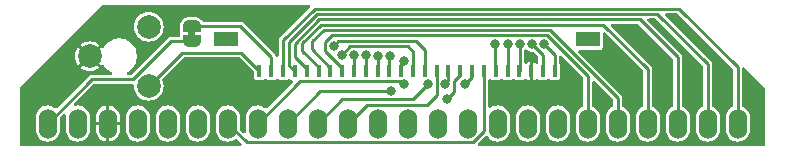
<source format=gtl>
G04 #@! TF.GenerationSoftware,KiCad,Pcbnew,(7.0.0)*
G04 #@! TF.CreationDate,2023-02-23T21:36:50-08:00*
G04 #@! TF.ProjectId,Atari130MX-adapter,41746172-6931-4333-904d-582d61646170,rev?*
G04 #@! TF.SameCoordinates,Original*
G04 #@! TF.FileFunction,Copper,L1,Top*
G04 #@! TF.FilePolarity,Positive*
%FSLAX46Y46*%
G04 Gerber Fmt 4.6, Leading zero omitted, Abs format (unit mm)*
G04 Created by KiCad (PCBNEW (7.0.0)) date 2023-02-23 21:36:50*
%MOMM*%
%LPD*%
G01*
G04 APERTURE LIST*
G04 Aperture macros list*
%AMFreePoly0*
4,1,19,0.500000,-0.750000,0.000000,-0.750000,0.000000,-0.744911,-0.071157,-0.744911,-0.207708,-0.704816,-0.327430,-0.627875,-0.420627,-0.520320,-0.479746,-0.390866,-0.500000,-0.250000,-0.500000,0.250000,-0.479746,0.390866,-0.420627,0.520320,-0.327430,0.627875,-0.207708,0.704816,-0.071157,0.744911,0.000000,0.744911,0.000000,0.750000,0.500000,0.750000,0.500000,-0.750000,0.500000,-0.750000,
$1*%
%AMFreePoly1*
4,1,19,0.000000,0.744911,0.071157,0.744911,0.207708,0.704816,0.327430,0.627875,0.420627,0.520320,0.479746,0.390866,0.500000,0.250000,0.500000,-0.250000,0.479746,-0.390866,0.420627,-0.520320,0.327430,-0.627875,0.207708,-0.704816,0.071157,-0.744911,0.000000,-0.744911,0.000000,-0.750000,-0.500000,-0.750000,-0.500000,0.750000,0.000000,0.750000,0.000000,0.744911,0.000000,0.744911,
$1*%
G04 Aperture macros list end*
G04 #@! TA.AperFunction,ComponentPad*
%ADD10O,1.524000X2.540000*%
G04 #@! TD*
G04 #@! TA.AperFunction,ComponentPad*
%ADD11C,2.000000*%
G04 #@! TD*
G04 #@! TA.AperFunction,SMDPad,CuDef*
%ADD12FreePoly0,90.000000*%
G04 #@! TD*
G04 #@! TA.AperFunction,SMDPad,CuDef*
%ADD13FreePoly1,90.000000*%
G04 #@! TD*
G04 #@! TA.AperFunction,SMDPad,CuDef*
%ADD14R,0.400000X1.000000*%
G04 #@! TD*
G04 #@! TA.AperFunction,SMDPad,CuDef*
%ADD15R,2.000000X1.300000*%
G04 #@! TD*
G04 #@! TA.AperFunction,ViaPad*
%ADD16C,0.800000*%
G04 #@! TD*
G04 #@! TA.AperFunction,Conductor*
%ADD17C,0.250000*%
G04 #@! TD*
G04 APERTURE END LIST*
G36*
X113380800Y-55687800D02*
G01*
X112780800Y-55687800D01*
X112780800Y-55187800D01*
X113380800Y-55187800D01*
X113380800Y-55687800D01*
G37*
D10*
X159308799Y-63042799D03*
X156768799Y-63042799D03*
X154228799Y-63042799D03*
X151688799Y-63042799D03*
X149148799Y-63042799D03*
X146608799Y-63042799D03*
X144068799Y-63042799D03*
X141528799Y-63042799D03*
X138988799Y-63042799D03*
X136448799Y-63042799D03*
X133908799Y-63042799D03*
X131368799Y-63042799D03*
X128828799Y-63042799D03*
X126288799Y-63042799D03*
X123748799Y-63042799D03*
X121208799Y-63042799D03*
X118668799Y-63042799D03*
X116128799Y-63042799D03*
X113588799Y-63042799D03*
X111048799Y-63042799D03*
X108508799Y-63042799D03*
X105968799Y-63042799D03*
X103428799Y-63042799D03*
X100888799Y-63042799D03*
D11*
X109446400Y-54842800D03*
X104446400Y-57342800D03*
X109446400Y-59842800D03*
D12*
X113080800Y-56087800D03*
D13*
X113080800Y-54787800D03*
D14*
X143820399Y-58623199D03*
X142820399Y-58623199D03*
X141820399Y-58623199D03*
X140820399Y-58623199D03*
X139820399Y-58623199D03*
X138820399Y-58623199D03*
X137820399Y-58623199D03*
X136820399Y-58623199D03*
X135820399Y-58623199D03*
X134820399Y-58623199D03*
X133820399Y-58623199D03*
X132820399Y-58623199D03*
X131820399Y-58623199D03*
X130820399Y-58623199D03*
X129820399Y-58623199D03*
X128820399Y-58623199D03*
X127820399Y-58623199D03*
X126820399Y-58623199D03*
X125820399Y-58623199D03*
X124820399Y-58623199D03*
X123820399Y-58623199D03*
X122820399Y-58623199D03*
X121820399Y-58623199D03*
X120820399Y-58623199D03*
X119820399Y-58623199D03*
X118820399Y-58623199D03*
D15*
X116020399Y-55923199D03*
X146620399Y-55923199D03*
D16*
X149682200Y-59918600D03*
X155905200Y-59156600D03*
X158038800Y-59156600D03*
X150571200Y-55397400D03*
X119075200Y-60528200D03*
X114427000Y-60960000D03*
X119684800Y-55727600D03*
X107264200Y-61290200D03*
X145237200Y-61442600D03*
X134696200Y-60960000D03*
X129921000Y-60273300D03*
X133095900Y-59717928D03*
X134544900Y-59715400D03*
X131045079Y-59722194D03*
X136241301Y-59685701D03*
X131095900Y-57772900D03*
X125093249Y-56449149D03*
X125798579Y-57276781D03*
X138797654Y-56302446D03*
X139830974Y-56311168D03*
X140852366Y-56307961D03*
X141870651Y-56301648D03*
X142882702Y-56289100D03*
X129855631Y-57308767D03*
X128850251Y-57289548D03*
X127838200Y-57277000D03*
X126796800Y-57226200D03*
D17*
X123978300Y-60273300D02*
X121208800Y-63042800D01*
X135280400Y-60375800D02*
X134696200Y-60960000D01*
X129921000Y-60273300D02*
X123978300Y-60273300D01*
X135280400Y-59463200D02*
X135280400Y-60375800D01*
X135820400Y-58923200D02*
X135280400Y-59463200D01*
X131816028Y-60997800D02*
X133095900Y-59717928D01*
X125793800Y-60997800D02*
X131816028Y-60997800D01*
X123748800Y-63042800D02*
X125793800Y-60997800D01*
X134820400Y-59439900D02*
X134544900Y-59715400D01*
X134820400Y-58623200D02*
X134820400Y-59439900D01*
X131045079Y-59722194D02*
X130771085Y-59448200D01*
X130771085Y-59448200D02*
X122263400Y-59448200D01*
X118668800Y-63042800D02*
X122263400Y-59448200D01*
X136820400Y-59106602D02*
X136820400Y-58623200D01*
X136241301Y-59685701D02*
X136820400Y-59106602D01*
X130820400Y-58623200D02*
X130820400Y-58048400D01*
X130820400Y-58048400D02*
X131095900Y-57772900D01*
X132989200Y-61447800D02*
X127883800Y-61447800D01*
X133820400Y-60616600D02*
X132989200Y-61447800D01*
X133820400Y-58623200D02*
X133820400Y-60616600D01*
X127883800Y-61447800D02*
X126288800Y-63042800D01*
X131355000Y-56501200D02*
X131820400Y-56966600D01*
X126496350Y-56501200D02*
X131355000Y-56501200D01*
X125798579Y-57198971D02*
X126496350Y-56501200D01*
X125798579Y-57276781D02*
X125798579Y-57198971D01*
X131820400Y-56966600D02*
X131820400Y-58623200D01*
X132073400Y-56051200D02*
X132820400Y-56798200D01*
X125491200Y-56051200D02*
X132073400Y-56051200D01*
X125093249Y-56449149D02*
X125491200Y-56051200D01*
X132820400Y-56798200D02*
X132820400Y-58623200D01*
X137820400Y-63716450D02*
X137820400Y-58623200D01*
X136899050Y-64637800D02*
X137820400Y-63716450D01*
X117723800Y-64637800D02*
X136899050Y-64637800D01*
X116128800Y-63042800D02*
X117723800Y-64637800D01*
X146608800Y-58980196D02*
X146608800Y-63042800D01*
X143193204Y-55564600D02*
X146608800Y-58980196D01*
X124953200Y-55564600D02*
X143193204Y-55564600D01*
X124358400Y-56159400D02*
X124953200Y-55564600D01*
X125820400Y-58323200D02*
X124358400Y-56861200D01*
X124358400Y-56861200D02*
X124358400Y-56159400D01*
X149148800Y-60883800D02*
X149148800Y-63042800D01*
X143379600Y-55114600D02*
X149148800Y-60883800D01*
X124240384Y-55114600D02*
X143379600Y-55114600D01*
X123266200Y-56088784D02*
X124240384Y-55114600D01*
X124820400Y-58323200D02*
X123266200Y-56769000D01*
X123266200Y-56769000D02*
X123266200Y-56088784D01*
X117297200Y-57048400D02*
X118820400Y-58571600D01*
X112240800Y-57048400D02*
X117297200Y-57048400D01*
X109446400Y-59842800D02*
X112240800Y-57048400D01*
X147933400Y-54664600D02*
X151688800Y-58420000D01*
X122453400Y-56265188D02*
X124053988Y-54664600D01*
X122453400Y-56906200D02*
X122453400Y-56265188D01*
X123820400Y-58273200D02*
X122453400Y-56906200D01*
X124053988Y-54664600D02*
X147933400Y-54664600D01*
X151688800Y-58420000D02*
X151688800Y-63042800D01*
X151003000Y-54214600D02*
X154228800Y-57440400D01*
X123867592Y-54214600D02*
X151003000Y-54214600D01*
X121795400Y-56286792D02*
X123867592Y-54214600D01*
X121795400Y-57429400D02*
X121795400Y-56286792D01*
X122820400Y-58454400D02*
X121795400Y-57429400D01*
X154228800Y-57440400D02*
X154228800Y-63042800D01*
X156768800Y-58031800D02*
X156768800Y-63042800D01*
X152501600Y-53764600D02*
X156768800Y-58031800D01*
X123681196Y-53764600D02*
X152501600Y-53764600D01*
X121345400Y-56100396D02*
X123681196Y-53764600D01*
X121345400Y-58148200D02*
X121345400Y-56100396D01*
X121820400Y-58623200D02*
X121345400Y-58148200D01*
X138797654Y-56302446D02*
X138797654Y-58600454D01*
X139830974Y-56311168D02*
X139830974Y-58612626D01*
X140852366Y-56307961D02*
X140852366Y-58591234D01*
X142820400Y-57251397D02*
X142820400Y-58623200D01*
X141870651Y-56301648D02*
X142820400Y-57251397D01*
X143820400Y-58623200D02*
X143820400Y-57226798D01*
X143820400Y-57226798D02*
X142882702Y-56289100D01*
X129820400Y-57343998D02*
X129855631Y-57308767D01*
X129820400Y-58623200D02*
X129820400Y-57343998D01*
X128820400Y-57319399D02*
X128850251Y-57289548D01*
X128820400Y-58623200D02*
X128820400Y-57319399D01*
X127820400Y-57294800D02*
X127838200Y-57277000D01*
X127820400Y-58623200D02*
X127820400Y-57294800D01*
X126820400Y-57249800D02*
X126796800Y-57226200D01*
X126820400Y-58623200D02*
X126820400Y-57249800D01*
X159308800Y-58267600D02*
X159308800Y-63042800D01*
X123494800Y-53314600D02*
X154355800Y-53314600D01*
X120820400Y-55989000D02*
X123494800Y-53314600D01*
X154355800Y-53314600D02*
X159308800Y-58267600D01*
X120820400Y-58623200D02*
X120820400Y-55989000D01*
X119820400Y-57423200D02*
X119820400Y-58623200D01*
X117185000Y-54787800D02*
X119820400Y-57423200D01*
X113080800Y-54787800D02*
X117185000Y-54787800D01*
X108117433Y-59293967D02*
X111323600Y-56087800D01*
X104637633Y-59293967D02*
X108117433Y-59293967D01*
X111323600Y-56087800D02*
X113080800Y-56087800D01*
X100888800Y-63042800D02*
X104637633Y-59293967D01*
G04 #@! TA.AperFunction,Conductor*
G36*
X154194634Y-53703691D02*
G01*
X154235511Y-53731005D01*
X158892395Y-58387889D01*
X158919709Y-58428766D01*
X158929300Y-58476984D01*
X158929300Y-61509529D01*
X158911374Y-61574306D01*
X158862696Y-61620651D01*
X158746786Y-61682605D01*
X158746776Y-61682611D01*
X158741331Y-61685522D01*
X158736558Y-61689438D01*
X158736549Y-61689445D01*
X158591326Y-61808626D01*
X158591321Y-61808630D01*
X158586548Y-61812548D01*
X158582630Y-61817321D01*
X158582626Y-61817326D01*
X158463445Y-61962549D01*
X158463438Y-61962558D01*
X158459522Y-61967331D01*
X158456611Y-61972776D01*
X158456605Y-61972786D01*
X158368050Y-62138461D01*
X158368050Y-62138462D01*
X158365133Y-62143920D01*
X158363338Y-62149835D01*
X158363335Y-62149844D01*
X158308806Y-62329601D01*
X158308804Y-62329609D01*
X158307008Y-62335531D01*
X158306401Y-62341687D01*
X158306400Y-62341696D01*
X158292603Y-62481785D01*
X158292300Y-62484866D01*
X158292300Y-63600734D01*
X158292602Y-63603806D01*
X158292603Y-63603814D01*
X158306400Y-63743903D01*
X158306401Y-63743910D01*
X158307008Y-63750069D01*
X158308804Y-63755992D01*
X158308806Y-63755998D01*
X158363335Y-63935755D01*
X158363337Y-63935760D01*
X158365133Y-63941680D01*
X158368048Y-63947134D01*
X158368050Y-63947138D01*
X158456605Y-64112813D01*
X158456608Y-64112818D01*
X158459522Y-64118269D01*
X158463442Y-64123045D01*
X158463445Y-64123050D01*
X158464664Y-64124535D01*
X158586548Y-64273052D01*
X158591326Y-64276973D01*
X158736549Y-64396154D01*
X158736551Y-64396155D01*
X158741331Y-64400078D01*
X158917920Y-64494467D01*
X159109531Y-64552592D01*
X159308800Y-64572218D01*
X159508069Y-64552592D01*
X159699680Y-64494467D01*
X159876269Y-64400078D01*
X160031052Y-64273052D01*
X160158078Y-64118269D01*
X160252467Y-63941680D01*
X160310592Y-63750069D01*
X160325300Y-63600734D01*
X160325300Y-62484866D01*
X160310592Y-62335531D01*
X160252467Y-62143920D01*
X160158078Y-61967331D01*
X160097700Y-61893760D01*
X160047195Y-61832219D01*
X160031052Y-61812548D01*
X160002618Y-61789213D01*
X159881050Y-61689445D01*
X159881045Y-61689442D01*
X159876269Y-61685522D01*
X159870818Y-61682608D01*
X159870813Y-61682605D01*
X159754904Y-61620651D01*
X159706226Y-61574306D01*
X159688300Y-61509529D01*
X159688300Y-58395779D01*
X159702042Y-58338558D01*
X159740271Y-58293819D01*
X159794649Y-58271321D01*
X159853312Y-58275971D01*
X159903466Y-58306754D01*
X160659840Y-59064329D01*
X161589586Y-59995553D01*
X161601466Y-60007451D01*
X161628728Y-60048304D01*
X161638300Y-60096476D01*
X161638300Y-64811300D01*
X161621419Y-64874300D01*
X161575300Y-64920419D01*
X161512300Y-64937300D01*
X137440433Y-64937300D01*
X137383230Y-64923567D01*
X137338497Y-64885361D01*
X137315984Y-64831011D01*
X137320600Y-64772364D01*
X137351335Y-64722207D01*
X137958172Y-64115370D01*
X138018652Y-64081759D01*
X138087766Y-64085155D01*
X138144664Y-64124535D01*
X138266548Y-64273052D01*
X138271326Y-64276973D01*
X138416549Y-64396154D01*
X138416551Y-64396155D01*
X138421331Y-64400078D01*
X138597920Y-64494467D01*
X138789531Y-64552592D01*
X138988800Y-64572218D01*
X139188069Y-64552592D01*
X139379680Y-64494467D01*
X139556269Y-64400078D01*
X139711052Y-64273052D01*
X139838078Y-64118269D01*
X139932467Y-63941680D01*
X139990592Y-63750069D01*
X140005300Y-63600734D01*
X140512300Y-63600734D01*
X140512602Y-63603806D01*
X140512603Y-63603814D01*
X140526400Y-63743903D01*
X140526401Y-63743910D01*
X140527008Y-63750069D01*
X140528804Y-63755992D01*
X140528806Y-63755998D01*
X140583335Y-63935755D01*
X140583337Y-63935760D01*
X140585133Y-63941680D01*
X140588048Y-63947134D01*
X140588050Y-63947138D01*
X140676605Y-64112813D01*
X140676608Y-64112818D01*
X140679522Y-64118269D01*
X140683442Y-64123045D01*
X140683445Y-64123050D01*
X140684664Y-64124535D01*
X140806548Y-64273052D01*
X140811326Y-64276973D01*
X140956549Y-64396154D01*
X140956551Y-64396155D01*
X140961331Y-64400078D01*
X141137920Y-64494467D01*
X141329531Y-64552592D01*
X141528800Y-64572218D01*
X141728069Y-64552592D01*
X141919680Y-64494467D01*
X142096269Y-64400078D01*
X142251052Y-64273052D01*
X142378078Y-64118269D01*
X142472467Y-63941680D01*
X142530592Y-63750069D01*
X142545300Y-63600734D01*
X143052300Y-63600734D01*
X143052602Y-63603806D01*
X143052603Y-63603814D01*
X143066400Y-63743903D01*
X143066401Y-63743910D01*
X143067008Y-63750069D01*
X143068804Y-63755992D01*
X143068806Y-63755998D01*
X143123335Y-63935755D01*
X143123337Y-63935760D01*
X143125133Y-63941680D01*
X143128048Y-63947134D01*
X143128050Y-63947138D01*
X143216605Y-64112813D01*
X143216608Y-64112818D01*
X143219522Y-64118269D01*
X143223442Y-64123045D01*
X143223445Y-64123050D01*
X143224664Y-64124535D01*
X143346548Y-64273052D01*
X143351326Y-64276973D01*
X143496549Y-64396154D01*
X143496551Y-64396155D01*
X143501331Y-64400078D01*
X143677920Y-64494467D01*
X143869531Y-64552592D01*
X144068800Y-64572218D01*
X144268069Y-64552592D01*
X144459680Y-64494467D01*
X144636269Y-64400078D01*
X144791052Y-64273052D01*
X144918078Y-64118269D01*
X145012467Y-63941680D01*
X145070592Y-63750069D01*
X145085300Y-63600734D01*
X145085300Y-62484866D01*
X145070592Y-62335531D01*
X145012467Y-62143920D01*
X144918078Y-61967331D01*
X144857700Y-61893760D01*
X144807195Y-61832219D01*
X144791052Y-61812548D01*
X144762618Y-61789213D01*
X144641050Y-61689445D01*
X144641045Y-61689442D01*
X144636269Y-61685522D01*
X144630818Y-61682608D01*
X144630813Y-61682605D01*
X144465138Y-61594050D01*
X144465134Y-61594048D01*
X144459680Y-61591133D01*
X144453760Y-61589337D01*
X144453755Y-61589335D01*
X144273998Y-61534806D01*
X144273992Y-61534804D01*
X144268069Y-61533008D01*
X144261910Y-61532401D01*
X144261903Y-61532400D01*
X144074963Y-61513989D01*
X144068800Y-61513382D01*
X144062637Y-61513989D01*
X143875696Y-61532400D01*
X143875687Y-61532401D01*
X143869531Y-61533008D01*
X143863609Y-61534804D01*
X143863601Y-61534806D01*
X143683844Y-61589335D01*
X143683835Y-61589338D01*
X143677920Y-61591133D01*
X143672468Y-61594046D01*
X143672461Y-61594050D01*
X143506786Y-61682605D01*
X143506776Y-61682611D01*
X143501331Y-61685522D01*
X143496558Y-61689438D01*
X143496549Y-61689445D01*
X143351326Y-61808626D01*
X143351321Y-61808630D01*
X143346548Y-61812548D01*
X143342630Y-61817321D01*
X143342626Y-61817326D01*
X143223445Y-61962549D01*
X143223438Y-61962558D01*
X143219522Y-61967331D01*
X143216611Y-61972776D01*
X143216605Y-61972786D01*
X143128050Y-62138461D01*
X143128050Y-62138462D01*
X143125133Y-62143920D01*
X143123338Y-62149835D01*
X143123335Y-62149844D01*
X143068806Y-62329601D01*
X143068804Y-62329609D01*
X143067008Y-62335531D01*
X143066401Y-62341687D01*
X143066400Y-62341696D01*
X143052603Y-62481785D01*
X143052300Y-62484866D01*
X143052300Y-63600734D01*
X142545300Y-63600734D01*
X142545300Y-62484866D01*
X142530592Y-62335531D01*
X142472467Y-62143920D01*
X142378078Y-61967331D01*
X142317700Y-61893760D01*
X142267195Y-61832219D01*
X142251052Y-61812548D01*
X142222618Y-61789213D01*
X142101050Y-61689445D01*
X142101045Y-61689442D01*
X142096269Y-61685522D01*
X142090818Y-61682608D01*
X142090813Y-61682605D01*
X141925138Y-61594050D01*
X141925134Y-61594048D01*
X141919680Y-61591133D01*
X141913760Y-61589337D01*
X141913755Y-61589335D01*
X141733998Y-61534806D01*
X141733992Y-61534804D01*
X141728069Y-61533008D01*
X141721910Y-61532401D01*
X141721903Y-61532400D01*
X141534963Y-61513989D01*
X141528800Y-61513382D01*
X141522637Y-61513989D01*
X141335696Y-61532400D01*
X141335687Y-61532401D01*
X141329531Y-61533008D01*
X141323609Y-61534804D01*
X141323601Y-61534806D01*
X141143844Y-61589335D01*
X141143835Y-61589338D01*
X141137920Y-61591133D01*
X141132468Y-61594046D01*
X141132461Y-61594050D01*
X140966786Y-61682605D01*
X140966776Y-61682611D01*
X140961331Y-61685522D01*
X140956558Y-61689438D01*
X140956549Y-61689445D01*
X140811326Y-61808626D01*
X140811321Y-61808630D01*
X140806548Y-61812548D01*
X140802630Y-61817321D01*
X140802626Y-61817326D01*
X140683445Y-61962549D01*
X140683438Y-61962558D01*
X140679522Y-61967331D01*
X140676611Y-61972776D01*
X140676605Y-61972786D01*
X140588050Y-62138461D01*
X140588050Y-62138462D01*
X140585133Y-62143920D01*
X140583338Y-62149835D01*
X140583335Y-62149844D01*
X140528806Y-62329601D01*
X140528804Y-62329609D01*
X140527008Y-62335531D01*
X140526401Y-62341687D01*
X140526400Y-62341696D01*
X140512603Y-62481785D01*
X140512300Y-62484866D01*
X140512300Y-63600734D01*
X140005300Y-63600734D01*
X140005300Y-62484866D01*
X139990592Y-62335531D01*
X139932467Y-62143920D01*
X139838078Y-61967331D01*
X139777700Y-61893760D01*
X139727195Y-61832219D01*
X139711052Y-61812548D01*
X139682618Y-61789213D01*
X139561050Y-61689445D01*
X139561045Y-61689442D01*
X139556269Y-61685522D01*
X139550818Y-61682608D01*
X139550813Y-61682605D01*
X139385138Y-61594050D01*
X139385134Y-61594048D01*
X139379680Y-61591133D01*
X139373760Y-61589337D01*
X139373755Y-61589335D01*
X139193998Y-61534806D01*
X139193992Y-61534804D01*
X139188069Y-61533008D01*
X139181910Y-61532401D01*
X139181903Y-61532400D01*
X138994963Y-61513989D01*
X138988800Y-61513382D01*
X138982637Y-61513989D01*
X138795696Y-61532400D01*
X138795687Y-61532401D01*
X138789531Y-61533008D01*
X138783609Y-61534804D01*
X138783601Y-61534806D01*
X138603844Y-61589335D01*
X138603835Y-61589338D01*
X138597920Y-61591133D01*
X138592468Y-61594046D01*
X138592461Y-61594050D01*
X138426786Y-61682605D01*
X138426776Y-61682611D01*
X138421331Y-61685522D01*
X138416551Y-61689444D01*
X138416549Y-61689446D01*
X138405834Y-61698240D01*
X138341324Y-61725893D01*
X138272028Y-61714744D01*
X138219449Y-61668251D01*
X138199900Y-61600841D01*
X138199900Y-59367331D01*
X138215965Y-59305765D01*
X138260065Y-59259899D01*
X138320952Y-59241428D01*
X138383102Y-59255064D01*
X138420521Y-59288315D01*
X138421246Y-59287591D01*
X138430022Y-59296367D01*
X138436916Y-59306684D01*
X138521099Y-59362934D01*
X138595333Y-59377700D01*
X139045466Y-59377699D01*
X139119701Y-59362934D01*
X139203884Y-59306684D01*
X139215635Y-59289096D01*
X139261003Y-59247977D01*
X139320400Y-59233099D01*
X139379797Y-59247977D01*
X139425164Y-59289096D01*
X139436916Y-59306684D01*
X139521099Y-59362934D01*
X139595333Y-59377700D01*
X140045466Y-59377699D01*
X140119701Y-59362934D01*
X140203884Y-59306684D01*
X140215635Y-59289096D01*
X140261003Y-59247977D01*
X140320400Y-59233099D01*
X140379797Y-59247977D01*
X140425164Y-59289096D01*
X140436916Y-59306684D01*
X140521099Y-59362934D01*
X140595333Y-59377700D01*
X141045466Y-59377699D01*
X141119701Y-59362934D01*
X141203884Y-59306684D01*
X141215935Y-59288647D01*
X141261303Y-59247529D01*
X141320699Y-59232650D01*
X141380095Y-59247527D01*
X141425464Y-59288647D01*
X141430381Y-59296006D01*
X141447591Y-59313216D01*
X141510974Y-59355567D01*
X141533466Y-59364884D01*
X141589314Y-59375992D01*
X141601570Y-59377200D01*
X141676810Y-59377200D01*
X141689893Y-59373693D01*
X141693400Y-59360610D01*
X141693400Y-57885791D01*
X141689893Y-57872707D01*
X141676810Y-57869201D01*
X141601572Y-57869201D01*
X141589312Y-57870408D01*
X141533469Y-57881515D01*
X141510973Y-57890833D01*
X141447591Y-57933183D01*
X141446961Y-57933814D01*
X141443180Y-57936130D01*
X141437276Y-57940076D01*
X141437121Y-57939844D01*
X141396802Y-57964552D01*
X141338155Y-57969168D01*
X141283805Y-57946655D01*
X141245599Y-57901922D01*
X141231866Y-57844719D01*
X141231866Y-56902864D01*
X141242965Y-56851156D01*
X141274306Y-56808558D01*
X141281511Y-56802174D01*
X141334912Y-56774143D01*
X141395222Y-56774141D01*
X141448624Y-56802167D01*
X141496122Y-56844247D01*
X141636858Y-56918111D01*
X141791180Y-56956148D01*
X141798797Y-56956148D01*
X141936267Y-56956148D01*
X141984485Y-56965739D01*
X142025362Y-56993053D01*
X142403995Y-57371686D01*
X142431309Y-57412563D01*
X142440900Y-57460781D01*
X142440900Y-57879968D01*
X142424835Y-57941534D01*
X142380735Y-57987401D01*
X142319847Y-58005871D01*
X142257697Y-57992235D01*
X142219802Y-57958560D01*
X142219194Y-57959169D01*
X142193208Y-57933183D01*
X142129825Y-57890832D01*
X142107333Y-57881515D01*
X142051485Y-57870407D01*
X142039230Y-57869200D01*
X141963990Y-57869200D01*
X141950906Y-57872706D01*
X141947400Y-57885790D01*
X141947400Y-59360609D01*
X141950906Y-59373692D01*
X141963990Y-59377199D01*
X142039228Y-59377199D01*
X142051487Y-59375991D01*
X142107330Y-59364884D01*
X142129826Y-59355566D01*
X142193208Y-59313216D01*
X142210415Y-59296009D01*
X142215332Y-59288651D01*
X142260700Y-59247530D01*
X142320095Y-59232650D01*
X142379492Y-59247526D01*
X142424862Y-59288645D01*
X142430021Y-59296366D01*
X142430022Y-59296367D01*
X142436916Y-59306684D01*
X142521099Y-59362934D01*
X142595333Y-59377700D01*
X143045466Y-59377699D01*
X143119701Y-59362934D01*
X143203884Y-59306684D01*
X143215635Y-59289096D01*
X143261003Y-59247977D01*
X143320400Y-59233099D01*
X143379797Y-59247977D01*
X143425164Y-59289096D01*
X143436916Y-59306684D01*
X143521099Y-59362934D01*
X143595333Y-59377700D01*
X144045466Y-59377699D01*
X144119701Y-59362934D01*
X144203884Y-59306684D01*
X144260134Y-59222501D01*
X144274900Y-59148267D01*
X144274899Y-58098134D01*
X144260134Y-58023899D01*
X144221132Y-57965530D01*
X144205326Y-57932108D01*
X144199900Y-57895532D01*
X144199900Y-57412180D01*
X144213633Y-57354977D01*
X144251839Y-57310244D01*
X144306189Y-57287731D01*
X144364836Y-57292347D01*
X144414995Y-57323085D01*
X146192395Y-59100485D01*
X146219709Y-59141362D01*
X146229300Y-59189580D01*
X146229300Y-61509529D01*
X146211374Y-61574306D01*
X146162696Y-61620651D01*
X146046786Y-61682605D01*
X146046776Y-61682611D01*
X146041331Y-61685522D01*
X146036558Y-61689438D01*
X146036549Y-61689445D01*
X145891326Y-61808626D01*
X145891321Y-61808630D01*
X145886548Y-61812548D01*
X145882630Y-61817321D01*
X145882626Y-61817326D01*
X145763445Y-61962549D01*
X145763438Y-61962558D01*
X145759522Y-61967331D01*
X145756611Y-61972776D01*
X145756605Y-61972786D01*
X145668050Y-62138461D01*
X145668050Y-62138462D01*
X145665133Y-62143920D01*
X145663338Y-62149835D01*
X145663335Y-62149844D01*
X145608806Y-62329601D01*
X145608804Y-62329609D01*
X145607008Y-62335531D01*
X145606401Y-62341687D01*
X145606400Y-62341696D01*
X145592603Y-62481785D01*
X145592300Y-62484866D01*
X145592300Y-63600734D01*
X145592602Y-63603806D01*
X145592603Y-63603814D01*
X145606400Y-63743903D01*
X145606401Y-63743910D01*
X145607008Y-63750069D01*
X145608804Y-63755992D01*
X145608806Y-63755998D01*
X145663335Y-63935755D01*
X145663337Y-63935760D01*
X145665133Y-63941680D01*
X145668048Y-63947134D01*
X145668050Y-63947138D01*
X145756605Y-64112813D01*
X145756608Y-64112818D01*
X145759522Y-64118269D01*
X145763442Y-64123045D01*
X145763445Y-64123050D01*
X145764664Y-64124535D01*
X145886548Y-64273052D01*
X145891326Y-64276973D01*
X146036549Y-64396154D01*
X146036551Y-64396155D01*
X146041331Y-64400078D01*
X146217920Y-64494467D01*
X146409531Y-64552592D01*
X146608800Y-64572218D01*
X146808069Y-64552592D01*
X146999680Y-64494467D01*
X147176269Y-64400078D01*
X147331052Y-64273052D01*
X147458078Y-64118269D01*
X147552467Y-63941680D01*
X147610592Y-63750069D01*
X147625300Y-63600734D01*
X147625300Y-62484866D01*
X147610592Y-62335531D01*
X147552467Y-62143920D01*
X147458078Y-61967331D01*
X147397700Y-61893760D01*
X147347195Y-61832219D01*
X147331052Y-61812548D01*
X147302618Y-61789213D01*
X147181050Y-61689445D01*
X147181045Y-61689442D01*
X147176269Y-61685522D01*
X147170818Y-61682608D01*
X147170813Y-61682605D01*
X147054904Y-61620651D01*
X147006226Y-61574306D01*
X146988300Y-61509529D01*
X146988300Y-59564184D01*
X147002033Y-59506981D01*
X147040239Y-59462248D01*
X147094589Y-59439735D01*
X147153236Y-59444351D01*
X147203395Y-59475089D01*
X148732395Y-61004089D01*
X148759709Y-61044966D01*
X148769300Y-61093184D01*
X148769300Y-61509529D01*
X148751374Y-61574306D01*
X148702696Y-61620651D01*
X148586786Y-61682605D01*
X148586776Y-61682611D01*
X148581331Y-61685522D01*
X148576558Y-61689438D01*
X148576549Y-61689445D01*
X148431326Y-61808626D01*
X148431321Y-61808630D01*
X148426548Y-61812548D01*
X148422630Y-61817321D01*
X148422626Y-61817326D01*
X148303445Y-61962549D01*
X148303438Y-61962558D01*
X148299522Y-61967331D01*
X148296611Y-61972776D01*
X148296605Y-61972786D01*
X148208050Y-62138461D01*
X148208050Y-62138462D01*
X148205133Y-62143920D01*
X148203338Y-62149835D01*
X148203335Y-62149844D01*
X148148806Y-62329601D01*
X148148804Y-62329609D01*
X148147008Y-62335531D01*
X148146401Y-62341687D01*
X148146400Y-62341696D01*
X148132603Y-62481785D01*
X148132300Y-62484866D01*
X148132300Y-63600734D01*
X148132602Y-63603806D01*
X148132603Y-63603814D01*
X148146400Y-63743903D01*
X148146401Y-63743910D01*
X148147008Y-63750069D01*
X148148804Y-63755992D01*
X148148806Y-63755998D01*
X148203335Y-63935755D01*
X148203337Y-63935760D01*
X148205133Y-63941680D01*
X148208048Y-63947134D01*
X148208050Y-63947138D01*
X148296605Y-64112813D01*
X148296608Y-64112818D01*
X148299522Y-64118269D01*
X148303442Y-64123045D01*
X148303445Y-64123050D01*
X148304664Y-64124535D01*
X148426548Y-64273052D01*
X148431326Y-64276973D01*
X148576549Y-64396154D01*
X148576551Y-64396155D01*
X148581331Y-64400078D01*
X148757920Y-64494467D01*
X148949531Y-64552592D01*
X149148800Y-64572218D01*
X149348069Y-64552592D01*
X149539680Y-64494467D01*
X149716269Y-64400078D01*
X149871052Y-64273052D01*
X149998078Y-64118269D01*
X150092467Y-63941680D01*
X150150592Y-63750069D01*
X150165300Y-63600734D01*
X150165300Y-62484866D01*
X150150592Y-62335531D01*
X150092467Y-62143920D01*
X149998078Y-61967331D01*
X149937700Y-61893760D01*
X149887195Y-61832219D01*
X149871052Y-61812548D01*
X149842618Y-61789213D01*
X149721050Y-61689445D01*
X149721045Y-61689442D01*
X149716269Y-61685522D01*
X149710818Y-61682608D01*
X149710813Y-61682605D01*
X149594904Y-61620651D01*
X149546226Y-61574306D01*
X149528300Y-61509529D01*
X149528300Y-60936226D01*
X149530982Y-60910367D01*
X149533219Y-60899700D01*
X149529268Y-60868004D01*
X149528941Y-60862747D01*
X149528731Y-60862765D01*
X149528300Y-60857569D01*
X149528300Y-60852357D01*
X149524839Y-60831617D01*
X149524094Y-60826501D01*
X149517552Y-60774018D01*
X149514022Y-60766798D01*
X149512700Y-60758873D01*
X149487527Y-60712358D01*
X149485161Y-60707761D01*
X149476653Y-60690358D01*
X149461926Y-60660232D01*
X149456241Y-60654547D01*
X149452419Y-60647484D01*
X149413514Y-60611669D01*
X149409757Y-60608063D01*
X145844488Y-57042794D01*
X145813750Y-56992635D01*
X145809134Y-56933988D01*
X145831647Y-56879638D01*
X145876380Y-56841432D01*
X145933583Y-56827699D01*
X147639278Y-56827699D01*
X147645466Y-56827699D01*
X147719701Y-56812934D01*
X147803884Y-56756684D01*
X147860134Y-56672501D01*
X147874900Y-56598267D01*
X147874899Y-55446982D01*
X147888632Y-55389780D01*
X147926838Y-55345047D01*
X147981188Y-55322534D01*
X148039835Y-55327150D01*
X148089994Y-55357888D01*
X151272395Y-58540289D01*
X151299709Y-58581166D01*
X151309300Y-58629384D01*
X151309300Y-61509529D01*
X151291374Y-61574306D01*
X151242696Y-61620651D01*
X151126786Y-61682605D01*
X151126776Y-61682611D01*
X151121331Y-61685522D01*
X151116558Y-61689438D01*
X151116549Y-61689445D01*
X150971326Y-61808626D01*
X150971321Y-61808630D01*
X150966548Y-61812548D01*
X150962630Y-61817321D01*
X150962626Y-61817326D01*
X150843445Y-61962549D01*
X150843438Y-61962558D01*
X150839522Y-61967331D01*
X150836611Y-61972776D01*
X150836605Y-61972786D01*
X150748050Y-62138461D01*
X150748050Y-62138462D01*
X150745133Y-62143920D01*
X150743338Y-62149835D01*
X150743335Y-62149844D01*
X150688806Y-62329601D01*
X150688804Y-62329609D01*
X150687008Y-62335531D01*
X150686401Y-62341687D01*
X150686400Y-62341696D01*
X150672603Y-62481785D01*
X150672300Y-62484866D01*
X150672300Y-63600734D01*
X150672602Y-63603806D01*
X150672603Y-63603814D01*
X150686400Y-63743903D01*
X150686401Y-63743910D01*
X150687008Y-63750069D01*
X150688804Y-63755992D01*
X150688806Y-63755998D01*
X150743335Y-63935755D01*
X150743337Y-63935760D01*
X150745133Y-63941680D01*
X150748048Y-63947134D01*
X150748050Y-63947138D01*
X150836605Y-64112813D01*
X150836608Y-64112818D01*
X150839522Y-64118269D01*
X150843442Y-64123045D01*
X150843445Y-64123050D01*
X150844664Y-64124535D01*
X150966548Y-64273052D01*
X150971326Y-64276973D01*
X151116549Y-64396154D01*
X151116551Y-64396155D01*
X151121331Y-64400078D01*
X151297920Y-64494467D01*
X151489531Y-64552592D01*
X151688800Y-64572218D01*
X151888069Y-64552592D01*
X152079680Y-64494467D01*
X152256269Y-64400078D01*
X152411052Y-64273052D01*
X152538078Y-64118269D01*
X152632467Y-63941680D01*
X152690592Y-63750069D01*
X152705300Y-63600734D01*
X152705300Y-62484866D01*
X152690592Y-62335531D01*
X152632467Y-62143920D01*
X152538078Y-61967331D01*
X152477700Y-61893760D01*
X152427195Y-61832219D01*
X152411052Y-61812548D01*
X152382618Y-61789213D01*
X152261050Y-61689445D01*
X152261045Y-61689442D01*
X152256269Y-61685522D01*
X152250818Y-61682608D01*
X152250813Y-61682605D01*
X152134904Y-61620651D01*
X152086226Y-61574306D01*
X152068300Y-61509529D01*
X152068300Y-58472426D01*
X152070982Y-58446567D01*
X152073219Y-58435900D01*
X152069268Y-58404204D01*
X152068941Y-58398947D01*
X152068731Y-58398965D01*
X152068300Y-58393769D01*
X152068300Y-58388557D01*
X152064839Y-58367817D01*
X152064094Y-58362701D01*
X152057552Y-58310218D01*
X152054022Y-58302998D01*
X152052700Y-58295073D01*
X152027527Y-58248558D01*
X152025161Y-58243961D01*
X152021346Y-58236157D01*
X152001926Y-58196432D01*
X151996241Y-58190747D01*
X151992419Y-58183684D01*
X151953514Y-58147869D01*
X151949757Y-58144263D01*
X148614689Y-54809195D01*
X148583951Y-54759036D01*
X148579335Y-54700389D01*
X148601848Y-54646039D01*
X148646581Y-54607833D01*
X148703784Y-54594100D01*
X150793616Y-54594100D01*
X150841834Y-54603691D01*
X150882711Y-54631005D01*
X153812395Y-57560690D01*
X153839709Y-57601567D01*
X153849300Y-57649785D01*
X153849300Y-61509529D01*
X153831374Y-61574306D01*
X153782696Y-61620651D01*
X153666786Y-61682605D01*
X153666776Y-61682611D01*
X153661331Y-61685522D01*
X153656558Y-61689438D01*
X153656549Y-61689445D01*
X153511326Y-61808626D01*
X153511321Y-61808630D01*
X153506548Y-61812548D01*
X153502630Y-61817321D01*
X153502626Y-61817326D01*
X153383445Y-61962549D01*
X153383438Y-61962558D01*
X153379522Y-61967331D01*
X153376611Y-61972776D01*
X153376605Y-61972786D01*
X153288050Y-62138461D01*
X153288050Y-62138462D01*
X153285133Y-62143920D01*
X153283338Y-62149835D01*
X153283335Y-62149844D01*
X153228806Y-62329601D01*
X153228804Y-62329609D01*
X153227008Y-62335531D01*
X153226401Y-62341687D01*
X153226400Y-62341696D01*
X153212603Y-62481785D01*
X153212300Y-62484866D01*
X153212300Y-63600734D01*
X153212602Y-63603806D01*
X153212603Y-63603814D01*
X153226400Y-63743903D01*
X153226401Y-63743910D01*
X153227008Y-63750069D01*
X153228804Y-63755992D01*
X153228806Y-63755998D01*
X153283335Y-63935755D01*
X153283337Y-63935760D01*
X153285133Y-63941680D01*
X153288048Y-63947134D01*
X153288050Y-63947138D01*
X153376605Y-64112813D01*
X153376608Y-64112818D01*
X153379522Y-64118269D01*
X153383442Y-64123045D01*
X153383445Y-64123050D01*
X153384664Y-64124535D01*
X153506548Y-64273052D01*
X153511326Y-64276973D01*
X153656549Y-64396154D01*
X153656551Y-64396155D01*
X153661331Y-64400078D01*
X153837920Y-64494467D01*
X154029531Y-64552592D01*
X154228800Y-64572218D01*
X154428069Y-64552592D01*
X154619680Y-64494467D01*
X154796269Y-64400078D01*
X154951052Y-64273052D01*
X155078078Y-64118269D01*
X155172467Y-63941680D01*
X155230592Y-63750069D01*
X155245300Y-63600734D01*
X155245300Y-62484866D01*
X155230592Y-62335531D01*
X155172467Y-62143920D01*
X155078078Y-61967331D01*
X155017700Y-61893760D01*
X154967195Y-61832219D01*
X154951052Y-61812548D01*
X154922618Y-61789213D01*
X154801050Y-61689445D01*
X154801045Y-61689442D01*
X154796269Y-61685522D01*
X154790818Y-61682608D01*
X154790813Y-61682605D01*
X154674904Y-61620651D01*
X154626226Y-61574306D01*
X154608300Y-61509529D01*
X154608300Y-57492826D01*
X154610982Y-57466967D01*
X154613219Y-57456300D01*
X154609268Y-57424604D01*
X154608941Y-57419346D01*
X154608731Y-57419364D01*
X154608300Y-57414167D01*
X154608300Y-57408957D01*
X154604838Y-57388217D01*
X154604102Y-57383168D01*
X154597552Y-57330617D01*
X154594022Y-57323396D01*
X154592700Y-57315473D01*
X154587733Y-57306294D01*
X154587731Y-57306289D01*
X154567534Y-57268969D01*
X154565163Y-57264365D01*
X154541926Y-57216832D01*
X154536241Y-57211147D01*
X154532419Y-57204084D01*
X154512242Y-57185510D01*
X154493514Y-57168269D01*
X154489757Y-57164663D01*
X151684289Y-54359195D01*
X151653551Y-54309036D01*
X151648935Y-54250389D01*
X151671448Y-54196039D01*
X151716181Y-54157833D01*
X151773384Y-54144100D01*
X152292216Y-54144100D01*
X152340434Y-54153691D01*
X152381311Y-54181005D01*
X156352395Y-58152090D01*
X156379709Y-58192967D01*
X156389300Y-58241185D01*
X156389300Y-61509529D01*
X156371374Y-61574306D01*
X156322696Y-61620651D01*
X156206786Y-61682605D01*
X156206776Y-61682611D01*
X156201331Y-61685522D01*
X156196558Y-61689438D01*
X156196549Y-61689445D01*
X156051326Y-61808626D01*
X156051321Y-61808630D01*
X156046548Y-61812548D01*
X156042630Y-61817321D01*
X156042626Y-61817326D01*
X155923445Y-61962549D01*
X155923438Y-61962558D01*
X155919522Y-61967331D01*
X155916611Y-61972776D01*
X155916605Y-61972786D01*
X155828050Y-62138461D01*
X155828050Y-62138462D01*
X155825133Y-62143920D01*
X155823338Y-62149835D01*
X155823335Y-62149844D01*
X155768806Y-62329601D01*
X155768804Y-62329609D01*
X155767008Y-62335531D01*
X155766401Y-62341687D01*
X155766400Y-62341696D01*
X155752603Y-62481785D01*
X155752300Y-62484866D01*
X155752300Y-63600734D01*
X155752602Y-63603806D01*
X155752603Y-63603814D01*
X155766400Y-63743903D01*
X155766401Y-63743910D01*
X155767008Y-63750069D01*
X155768804Y-63755992D01*
X155768806Y-63755998D01*
X155823335Y-63935755D01*
X155823337Y-63935760D01*
X155825133Y-63941680D01*
X155828048Y-63947134D01*
X155828050Y-63947138D01*
X155916605Y-64112813D01*
X155916608Y-64112818D01*
X155919522Y-64118269D01*
X155923442Y-64123045D01*
X155923445Y-64123050D01*
X155924664Y-64124535D01*
X156046548Y-64273052D01*
X156051326Y-64276973D01*
X156196549Y-64396154D01*
X156196551Y-64396155D01*
X156201331Y-64400078D01*
X156377920Y-64494467D01*
X156569531Y-64552592D01*
X156768800Y-64572218D01*
X156968069Y-64552592D01*
X157159680Y-64494467D01*
X157336269Y-64400078D01*
X157491052Y-64273052D01*
X157618078Y-64118269D01*
X157712467Y-63941680D01*
X157770592Y-63750069D01*
X157785300Y-63600734D01*
X157785300Y-62484866D01*
X157770592Y-62335531D01*
X157712467Y-62143920D01*
X157618078Y-61967331D01*
X157557700Y-61893760D01*
X157507195Y-61832219D01*
X157491052Y-61812548D01*
X157462618Y-61789213D01*
X157341050Y-61689445D01*
X157341045Y-61689442D01*
X157336269Y-61685522D01*
X157330818Y-61682608D01*
X157330813Y-61682605D01*
X157214904Y-61620651D01*
X157166226Y-61574306D01*
X157148300Y-61509529D01*
X157148300Y-58084226D01*
X157150982Y-58058367D01*
X157153219Y-58047700D01*
X157149268Y-58016004D01*
X157148941Y-58010746D01*
X157148731Y-58010764D01*
X157148300Y-58005567D01*
X157148300Y-58000357D01*
X157144838Y-57979617D01*
X157144102Y-57974568D01*
X157137552Y-57922017D01*
X157134022Y-57914796D01*
X157132700Y-57906873D01*
X157127733Y-57897694D01*
X157127731Y-57897689D01*
X157107534Y-57860369D01*
X157105163Y-57855765D01*
X157081926Y-57808232D01*
X157076241Y-57802547D01*
X157072419Y-57795484D01*
X157033514Y-57759669D01*
X157029757Y-57756063D01*
X153182889Y-53909195D01*
X153152151Y-53859036D01*
X153147535Y-53800389D01*
X153170048Y-53746039D01*
X153214781Y-53707833D01*
X153271984Y-53694100D01*
X154146416Y-53694100D01*
X154194634Y-53703691D01*
G37*
G04 #@! TD.AperFunction*
G04 #@! TA.AperFunction,Conductor*
G36*
X123035218Y-53004233D02*
G01*
X123079951Y-53042439D01*
X123102464Y-53096789D01*
X123097848Y-53155436D01*
X123067110Y-53205595D01*
X120589124Y-55683580D01*
X120568953Y-55699962D01*
X120568561Y-55700217D01*
X120568551Y-55700225D01*
X120559818Y-55705932D01*
X120553407Y-55714167D01*
X120553403Y-55714172D01*
X120540189Y-55731149D01*
X120536724Y-55735116D01*
X120536864Y-55735235D01*
X120533505Y-55739199D01*
X120529819Y-55742887D01*
X120526795Y-55747121D01*
X120526789Y-55747129D01*
X120517611Y-55759983D01*
X120514505Y-55764147D01*
X120488436Y-55797641D01*
X120488431Y-55797650D01*
X120482025Y-55805881D01*
X120479415Y-55813482D01*
X120474747Y-55820021D01*
X120471771Y-55830014D01*
X120471769Y-55830020D01*
X120459659Y-55870695D01*
X120458072Y-55875650D01*
X120444287Y-55915804D01*
X120444286Y-55915809D01*
X120440900Y-55925673D01*
X120440900Y-55933711D01*
X120438608Y-55941410D01*
X120439039Y-55951837D01*
X120439039Y-55951840D01*
X120440792Y-55994214D01*
X120440900Y-55999421D01*
X120440900Y-57303571D01*
X120425298Y-57364303D01*
X120382355Y-57409994D01*
X120322706Y-57429329D01*
X120261125Y-57417519D01*
X120212861Y-57377490D01*
X120195404Y-57333201D01*
X120193424Y-57333791D01*
X120190443Y-57323782D01*
X120189152Y-57313417D01*
X120185622Y-57306196D01*
X120184300Y-57298273D01*
X120179333Y-57289094D01*
X120179331Y-57289089D01*
X120159134Y-57251769D01*
X120156763Y-57247165D01*
X120133526Y-57199632D01*
X120127841Y-57193947D01*
X120124019Y-57186884D01*
X120085114Y-57151069D01*
X120081357Y-57147463D01*
X117490418Y-54556524D01*
X117474032Y-54536348D01*
X117468068Y-54527218D01*
X117459825Y-54520802D01*
X117459824Y-54520801D01*
X117442854Y-54507592D01*
X117438908Y-54504107D01*
X117438771Y-54504270D01*
X117434802Y-54500908D01*
X117431113Y-54497219D01*
X117426870Y-54494189D01*
X117426866Y-54494186D01*
X117414034Y-54485024D01*
X117409863Y-54481914D01*
X117376359Y-54455837D01*
X117376353Y-54455834D01*
X117368119Y-54449425D01*
X117360517Y-54446815D01*
X117353979Y-54442147D01*
X117303302Y-54427060D01*
X117298376Y-54425482D01*
X117248327Y-54408300D01*
X117240289Y-54408300D01*
X117232590Y-54406008D01*
X117222161Y-54406439D01*
X117222159Y-54406439D01*
X117179786Y-54408192D01*
X117174579Y-54408300D01*
X114058514Y-54408300D01*
X113998128Y-54392887D01*
X113952518Y-54350422D01*
X113930855Y-54316714D01*
X113882487Y-54260894D01*
X113879093Y-54257953D01*
X113777229Y-54169688D01*
X113777223Y-54169683D01*
X113773826Y-54166740D01*
X113770039Y-54164306D01*
X113770036Y-54164304D01*
X113715482Y-54129246D01*
X113711695Y-54126812D01*
X113707602Y-54124942D01*
X113707597Y-54124940D01*
X113585009Y-54068956D01*
X113580910Y-54067084D01*
X113576596Y-54065817D01*
X113576590Y-54065815D01*
X113514367Y-54047544D01*
X113514361Y-54047542D01*
X113510044Y-54046275D01*
X113505589Y-54045634D01*
X113505578Y-54045632D01*
X113372191Y-54026454D01*
X113372183Y-54026453D01*
X113367729Y-54025813D01*
X113293871Y-54025813D01*
X113289428Y-54026451D01*
X113289411Y-54026453D01*
X113285393Y-54027031D01*
X113267461Y-54028314D01*
X112894139Y-54028314D01*
X112876207Y-54027031D01*
X112872188Y-54026453D01*
X112872172Y-54026451D01*
X112867729Y-54025813D01*
X112793871Y-54025813D01*
X112789417Y-54026453D01*
X112789408Y-54026454D01*
X112656021Y-54045632D01*
X112656007Y-54045635D01*
X112651556Y-54046275D01*
X112647241Y-54047542D01*
X112647232Y-54047544D01*
X112585009Y-54065815D01*
X112584999Y-54065818D01*
X112580690Y-54067084D01*
X112576595Y-54068954D01*
X112576590Y-54068956D01*
X112454002Y-54124940D01*
X112453991Y-54124945D01*
X112449905Y-54126812D01*
X112446120Y-54129244D01*
X112446117Y-54129246D01*
X112391563Y-54164304D01*
X112391553Y-54164311D01*
X112387774Y-54166740D01*
X112384383Y-54169678D01*
X112384370Y-54169688D01*
X112282506Y-54257953D01*
X112282498Y-54257960D01*
X112279113Y-54260894D01*
X112276179Y-54264279D01*
X112276172Y-54264287D01*
X112233695Y-54313308D01*
X112233686Y-54313318D01*
X112230745Y-54316714D01*
X112228313Y-54320498D01*
X112228306Y-54320508D01*
X112155446Y-54433881D01*
X112155441Y-54433888D01*
X112153013Y-54437668D01*
X112151148Y-54441750D01*
X112151144Y-54441759D01*
X112124200Y-54500758D01*
X112124194Y-54500772D01*
X112122332Y-54504851D01*
X112121066Y-54509159D01*
X112121063Y-54509170D01*
X112083094Y-54638481D01*
X112083091Y-54638493D01*
X112081825Y-54642806D01*
X112081184Y-54647261D01*
X112081183Y-54647268D01*
X112071955Y-54711448D01*
X112071954Y-54711457D01*
X112071314Y-54715911D01*
X112071314Y-55287800D01*
X112072521Y-55293867D01*
X112072521Y-55293868D01*
X112088645Y-55374933D01*
X112088646Y-55374936D01*
X112091066Y-55387101D01*
X112095557Y-55393822D01*
X112104305Y-55437800D01*
X112095557Y-55481777D01*
X112091066Y-55488499D01*
X112088646Y-55500662D01*
X112088645Y-55500666D01*
X112072520Y-55581732D01*
X112072519Y-55581741D01*
X112071314Y-55587800D01*
X112071314Y-55593987D01*
X112071249Y-55594648D01*
X112050622Y-55652301D01*
X112005253Y-55693422D01*
X111945856Y-55708300D01*
X111376026Y-55708300D01*
X111350169Y-55705618D01*
X111349863Y-55705554D01*
X111349716Y-55705523D01*
X111349715Y-55705522D01*
X111339500Y-55703381D01*
X111329142Y-55704672D01*
X111329139Y-55704672D01*
X111307804Y-55707332D01*
X111302544Y-55707658D01*
X111302562Y-55707870D01*
X111297370Y-55708300D01*
X111292157Y-55708300D01*
X111287019Y-55709157D01*
X111287009Y-55709158D01*
X111271449Y-55711754D01*
X111266310Y-55712503D01*
X111224174Y-55717756D01*
X111224168Y-55717757D01*
X111213818Y-55719048D01*
X111206598Y-55722577D01*
X111198673Y-55723900D01*
X111189497Y-55728865D01*
X111189493Y-55728867D01*
X111152182Y-55749059D01*
X111147556Y-55751440D01*
X111109407Y-55770090D01*
X111109403Y-55770092D01*
X111100032Y-55774674D01*
X111094347Y-55780358D01*
X111087284Y-55784181D01*
X111080219Y-55791855D01*
X111080213Y-55791860D01*
X111051468Y-55823085D01*
X111047864Y-55826840D01*
X107997144Y-58877562D01*
X107956267Y-58904876D01*
X107908049Y-58914467D01*
X107699698Y-58914467D01*
X107634308Y-58896171D01*
X107587908Y-58846595D01*
X107573974Y-58780139D01*
X107596552Y-58716101D01*
X107649085Y-58673079D01*
X107663007Y-58666973D01*
X107871185Y-58530964D01*
X108054138Y-58362544D01*
X108206874Y-58166309D01*
X108325228Y-57947610D01*
X108405971Y-57712414D01*
X108446900Y-57467135D01*
X108446900Y-57218465D01*
X108405971Y-56973186D01*
X108362922Y-56847790D01*
X108326921Y-56742921D01*
X108326920Y-56742919D01*
X108325228Y-56737990D01*
X108206874Y-56519291D01*
X108089717Y-56368768D01*
X108057338Y-56327167D01*
X108057336Y-56327165D01*
X108054138Y-56323056D01*
X108050305Y-56319528D01*
X108050301Y-56319523D01*
X107875024Y-56158170D01*
X107875023Y-56158169D01*
X107871185Y-56154636D01*
X107810566Y-56115032D01*
X107758537Y-56081040D01*
X107663007Y-56018627D01*
X107598704Y-55990421D01*
X107440053Y-55920830D01*
X107440050Y-55920829D01*
X107435281Y-55918737D01*
X107430232Y-55917458D01*
X107430228Y-55917457D01*
X107216058Y-55863222D01*
X107194221Y-55857692D01*
X107189030Y-55857261D01*
X107189025Y-55857261D01*
X107011067Y-55842515D01*
X107011056Y-55842514D01*
X107008467Y-55842300D01*
X106884333Y-55842300D01*
X106881744Y-55842514D01*
X106881732Y-55842515D01*
X106703774Y-55857261D01*
X106703767Y-55857262D01*
X106698579Y-55857692D01*
X106693521Y-55858972D01*
X106693520Y-55858973D01*
X106462571Y-55917457D01*
X106462563Y-55917459D01*
X106457519Y-55918737D01*
X106452752Y-55920827D01*
X106452746Y-55920830D01*
X106234568Y-56016532D01*
X106234563Y-56016534D01*
X106229793Y-56018627D01*
X106225430Y-56021476D01*
X106225427Y-56021479D01*
X106025982Y-56151782D01*
X106025974Y-56151787D01*
X106021615Y-56154636D01*
X106017781Y-56158164D01*
X106017775Y-56158170D01*
X105842498Y-56319523D01*
X105842487Y-56319534D01*
X105838662Y-56323056D01*
X105835469Y-56327158D01*
X105835461Y-56327167D01*
X105689125Y-56515180D01*
X105689121Y-56515185D01*
X105685926Y-56519291D01*
X105683449Y-56523866D01*
X105683443Y-56523877D01*
X105658608Y-56569769D01*
X105615372Y-56616144D01*
X105555025Y-56635591D01*
X105492847Y-56623186D01*
X105444582Y-56582070D01*
X105428672Y-56559348D01*
X105420430Y-56551796D01*
X105411000Y-56557803D01*
X104637733Y-57331071D01*
X104630962Y-57342799D01*
X104637734Y-57354529D01*
X105410997Y-58127792D01*
X105420430Y-58133802D01*
X105428672Y-58126250D01*
X105444580Y-58103531D01*
X105492844Y-58062414D01*
X105555022Y-58050008D01*
X105615370Y-58069454D01*
X105658607Y-58115829D01*
X105668334Y-58133802D01*
X105685926Y-58166309D01*
X105689125Y-58170419D01*
X105833096Y-58355394D01*
X105838662Y-58362544D01*
X105842493Y-58366071D01*
X105842498Y-58366076D01*
X105943831Y-58459359D01*
X106021615Y-58530964D01*
X106229793Y-58666973D01*
X106243714Y-58673079D01*
X106296248Y-58716101D01*
X106318826Y-58780139D01*
X106304892Y-58846595D01*
X106258492Y-58896171D01*
X106193102Y-58914467D01*
X104690055Y-58914467D01*
X104664198Y-58911785D01*
X104663752Y-58911691D01*
X104663747Y-58911690D01*
X104653533Y-58909549D01*
X104643174Y-58910840D01*
X104643172Y-58910840D01*
X104621844Y-58913499D01*
X104616575Y-58913826D01*
X104616593Y-58914037D01*
X104611399Y-58914467D01*
X104606190Y-58914467D01*
X104601060Y-58915322D01*
X104601047Y-58915324D01*
X104585454Y-58917926D01*
X104580310Y-58918675D01*
X104538206Y-58923924D01*
X104538205Y-58923924D01*
X104527850Y-58925215D01*
X104520629Y-58928744D01*
X104512706Y-58930067D01*
X104503533Y-58935030D01*
X104503524Y-58935034D01*
X104466200Y-58955232D01*
X104461576Y-58957613D01*
X104423439Y-58976258D01*
X104414065Y-58980841D01*
X104408380Y-58986525D01*
X104401317Y-58990348D01*
X104394252Y-58998022D01*
X104394246Y-58998027D01*
X104365501Y-59029252D01*
X104361897Y-59033007D01*
X101676041Y-61718863D01*
X101623522Y-61750343D01*
X101562364Y-61753347D01*
X101507016Y-61727168D01*
X101456269Y-61685522D01*
X101359968Y-61634048D01*
X101285138Y-61594050D01*
X101285134Y-61594048D01*
X101279680Y-61591133D01*
X101273760Y-61589337D01*
X101273755Y-61589335D01*
X101093998Y-61534806D01*
X101093992Y-61534804D01*
X101088069Y-61533008D01*
X101081910Y-61532401D01*
X101081903Y-61532400D01*
X100894963Y-61513989D01*
X100888800Y-61513382D01*
X100882637Y-61513989D01*
X100695696Y-61532400D01*
X100695687Y-61532401D01*
X100689531Y-61533008D01*
X100683609Y-61534804D01*
X100683601Y-61534806D01*
X100503844Y-61589335D01*
X100503835Y-61589338D01*
X100497920Y-61591133D01*
X100492468Y-61594046D01*
X100492461Y-61594050D01*
X100326786Y-61682605D01*
X100326776Y-61682611D01*
X100321331Y-61685522D01*
X100316558Y-61689438D01*
X100316549Y-61689445D01*
X100171326Y-61808626D01*
X100171321Y-61808630D01*
X100166548Y-61812548D01*
X100162630Y-61817321D01*
X100162626Y-61817326D01*
X100043445Y-61962549D01*
X100043438Y-61962558D01*
X100039522Y-61967331D01*
X100036611Y-61972776D01*
X100036605Y-61972786D01*
X99948050Y-62138461D01*
X99948050Y-62138462D01*
X99945133Y-62143920D01*
X99943338Y-62149835D01*
X99943335Y-62149844D01*
X99888806Y-62329601D01*
X99888804Y-62329609D01*
X99887008Y-62335531D01*
X99886401Y-62341687D01*
X99886400Y-62341696D01*
X99872603Y-62481785D01*
X99872300Y-62484866D01*
X99872300Y-63600734D01*
X99872602Y-63603806D01*
X99872603Y-63603814D01*
X99886400Y-63743903D01*
X99886401Y-63743910D01*
X99887008Y-63750069D01*
X99888804Y-63755992D01*
X99888806Y-63755998D01*
X99943335Y-63935755D01*
X99943337Y-63935760D01*
X99945133Y-63941680D01*
X99948048Y-63947134D01*
X99948050Y-63947138D01*
X100036605Y-64112813D01*
X100036608Y-64112818D01*
X100039522Y-64118269D01*
X100043442Y-64123045D01*
X100043445Y-64123050D01*
X100044664Y-64124535D01*
X100166548Y-64273052D01*
X100171326Y-64276973D01*
X100316549Y-64396154D01*
X100316551Y-64396155D01*
X100321331Y-64400078D01*
X100497920Y-64494467D01*
X100689531Y-64552592D01*
X100888800Y-64572218D01*
X101088069Y-64552592D01*
X101279680Y-64494467D01*
X101456269Y-64400078D01*
X101611052Y-64273052D01*
X101738078Y-64118269D01*
X101832467Y-63941680D01*
X101890592Y-63750069D01*
X101905300Y-63600734D01*
X101905300Y-62615184D01*
X101914891Y-62566966D01*
X101942201Y-62526092D01*
X102210153Y-62258140D01*
X102262669Y-62226664D01*
X102323826Y-62223659D01*
X102379178Y-62249838D01*
X102415654Y-62299019D01*
X102424638Y-62359587D01*
X102412603Y-62481783D01*
X102412603Y-62481785D01*
X102412300Y-62484866D01*
X102412300Y-63600734D01*
X102412602Y-63603806D01*
X102412603Y-63603814D01*
X102426400Y-63743903D01*
X102426401Y-63743910D01*
X102427008Y-63750069D01*
X102428804Y-63755992D01*
X102428806Y-63755998D01*
X102483335Y-63935755D01*
X102483337Y-63935760D01*
X102485133Y-63941680D01*
X102488048Y-63947134D01*
X102488050Y-63947138D01*
X102576605Y-64112813D01*
X102576608Y-64112818D01*
X102579522Y-64118269D01*
X102583442Y-64123045D01*
X102583445Y-64123050D01*
X102584664Y-64124535D01*
X102706548Y-64273052D01*
X102711326Y-64276973D01*
X102856549Y-64396154D01*
X102856551Y-64396155D01*
X102861331Y-64400078D01*
X103037920Y-64494467D01*
X103229531Y-64552592D01*
X103428800Y-64572218D01*
X103628069Y-64552592D01*
X103819680Y-64494467D01*
X103996269Y-64400078D01*
X104151052Y-64273052D01*
X104278078Y-64118269D01*
X104372467Y-63941680D01*
X104430592Y-63750069D01*
X104445300Y-63600734D01*
X104445300Y-63597620D01*
X104952800Y-63597620D01*
X104953103Y-63603792D01*
X104966893Y-63743805D01*
X104969299Y-63755900D01*
X105023799Y-63935564D01*
X105028514Y-63946946D01*
X105117021Y-64112532D01*
X105123865Y-64122775D01*
X105242980Y-64267917D01*
X105251682Y-64276619D01*
X105396824Y-64395734D01*
X105407067Y-64402578D01*
X105572653Y-64491085D01*
X105584035Y-64495800D01*
X105763699Y-64550300D01*
X105775794Y-64552706D01*
X105824245Y-64557478D01*
X105837970Y-64554980D01*
X105841800Y-64541569D01*
X106095800Y-64541569D01*
X106099629Y-64554980D01*
X106113354Y-64557478D01*
X106161805Y-64552706D01*
X106173900Y-64550300D01*
X106353564Y-64495800D01*
X106364946Y-64491085D01*
X106530532Y-64402578D01*
X106540775Y-64395734D01*
X106685917Y-64276619D01*
X106694619Y-64267917D01*
X106813734Y-64122775D01*
X106820578Y-64112532D01*
X106909085Y-63946946D01*
X106913800Y-63935564D01*
X106968300Y-63755900D01*
X106970706Y-63743805D01*
X106984496Y-63603792D01*
X106984647Y-63600734D01*
X107492300Y-63600734D01*
X107492602Y-63603806D01*
X107492603Y-63603814D01*
X107506400Y-63743903D01*
X107506401Y-63743910D01*
X107507008Y-63750069D01*
X107508804Y-63755992D01*
X107508806Y-63755998D01*
X107563335Y-63935755D01*
X107563337Y-63935760D01*
X107565133Y-63941680D01*
X107568048Y-63947134D01*
X107568050Y-63947138D01*
X107656605Y-64112813D01*
X107656608Y-64112818D01*
X107659522Y-64118269D01*
X107663442Y-64123045D01*
X107663445Y-64123050D01*
X107664664Y-64124535D01*
X107786548Y-64273052D01*
X107791326Y-64276973D01*
X107936549Y-64396154D01*
X107936551Y-64396155D01*
X107941331Y-64400078D01*
X108117920Y-64494467D01*
X108309531Y-64552592D01*
X108508800Y-64572218D01*
X108708069Y-64552592D01*
X108899680Y-64494467D01*
X109076269Y-64400078D01*
X109231052Y-64273052D01*
X109358078Y-64118269D01*
X109452467Y-63941680D01*
X109510592Y-63750069D01*
X109525300Y-63600734D01*
X110032300Y-63600734D01*
X110032602Y-63603806D01*
X110032603Y-63603814D01*
X110046400Y-63743903D01*
X110046401Y-63743910D01*
X110047008Y-63750069D01*
X110048804Y-63755992D01*
X110048806Y-63755998D01*
X110103335Y-63935755D01*
X110103337Y-63935760D01*
X110105133Y-63941680D01*
X110108048Y-63947134D01*
X110108050Y-63947138D01*
X110196605Y-64112813D01*
X110196608Y-64112818D01*
X110199522Y-64118269D01*
X110203442Y-64123045D01*
X110203445Y-64123050D01*
X110204664Y-64124535D01*
X110326548Y-64273052D01*
X110331326Y-64276973D01*
X110476549Y-64396154D01*
X110476551Y-64396155D01*
X110481331Y-64400078D01*
X110657920Y-64494467D01*
X110849531Y-64552592D01*
X111048800Y-64572218D01*
X111248069Y-64552592D01*
X111439680Y-64494467D01*
X111616269Y-64400078D01*
X111771052Y-64273052D01*
X111898078Y-64118269D01*
X111992467Y-63941680D01*
X112050592Y-63750069D01*
X112065300Y-63600734D01*
X112572300Y-63600734D01*
X112572602Y-63603806D01*
X112572603Y-63603814D01*
X112586400Y-63743903D01*
X112586401Y-63743910D01*
X112587008Y-63750069D01*
X112588804Y-63755992D01*
X112588806Y-63755998D01*
X112643335Y-63935755D01*
X112643337Y-63935760D01*
X112645133Y-63941680D01*
X112648048Y-63947134D01*
X112648050Y-63947138D01*
X112736605Y-64112813D01*
X112736608Y-64112818D01*
X112739522Y-64118269D01*
X112743442Y-64123045D01*
X112743445Y-64123050D01*
X112744664Y-64124535D01*
X112866548Y-64273052D01*
X112871326Y-64276973D01*
X113016549Y-64396154D01*
X113016551Y-64396155D01*
X113021331Y-64400078D01*
X113197920Y-64494467D01*
X113389531Y-64552592D01*
X113588800Y-64572218D01*
X113788069Y-64552592D01*
X113979680Y-64494467D01*
X114156269Y-64400078D01*
X114311052Y-64273052D01*
X114438078Y-64118269D01*
X114532467Y-63941680D01*
X114590592Y-63750069D01*
X114605300Y-63600734D01*
X114605300Y-62484866D01*
X114590592Y-62335531D01*
X114532467Y-62143920D01*
X114438078Y-61967331D01*
X114377700Y-61893760D01*
X114327195Y-61832219D01*
X114311052Y-61812548D01*
X114282618Y-61789213D01*
X114161050Y-61689445D01*
X114161045Y-61689442D01*
X114156269Y-61685522D01*
X114150818Y-61682608D01*
X114150813Y-61682605D01*
X113985138Y-61594050D01*
X113985134Y-61594048D01*
X113979680Y-61591133D01*
X113973760Y-61589337D01*
X113973755Y-61589335D01*
X113793998Y-61534806D01*
X113793992Y-61534804D01*
X113788069Y-61533008D01*
X113781910Y-61532401D01*
X113781903Y-61532400D01*
X113594963Y-61513989D01*
X113588800Y-61513382D01*
X113582637Y-61513989D01*
X113395696Y-61532400D01*
X113395687Y-61532401D01*
X113389531Y-61533008D01*
X113383609Y-61534804D01*
X113383601Y-61534806D01*
X113203844Y-61589335D01*
X113203835Y-61589338D01*
X113197920Y-61591133D01*
X113192468Y-61594046D01*
X113192461Y-61594050D01*
X113026786Y-61682605D01*
X113026776Y-61682611D01*
X113021331Y-61685522D01*
X113016558Y-61689438D01*
X113016549Y-61689445D01*
X112871326Y-61808626D01*
X112871321Y-61808630D01*
X112866548Y-61812548D01*
X112862630Y-61817321D01*
X112862626Y-61817326D01*
X112743445Y-61962549D01*
X112743438Y-61962558D01*
X112739522Y-61967331D01*
X112736611Y-61972776D01*
X112736605Y-61972786D01*
X112648050Y-62138461D01*
X112648050Y-62138462D01*
X112645133Y-62143920D01*
X112643338Y-62149835D01*
X112643335Y-62149844D01*
X112588806Y-62329601D01*
X112588804Y-62329609D01*
X112587008Y-62335531D01*
X112586401Y-62341687D01*
X112586400Y-62341696D01*
X112572603Y-62481785D01*
X112572300Y-62484866D01*
X112572300Y-63600734D01*
X112065300Y-63600734D01*
X112065300Y-62484866D01*
X112050592Y-62335531D01*
X111992467Y-62143920D01*
X111898078Y-61967331D01*
X111837700Y-61893760D01*
X111787195Y-61832219D01*
X111771052Y-61812548D01*
X111742618Y-61789213D01*
X111621050Y-61689445D01*
X111621045Y-61689442D01*
X111616269Y-61685522D01*
X111610818Y-61682608D01*
X111610813Y-61682605D01*
X111445138Y-61594050D01*
X111445134Y-61594048D01*
X111439680Y-61591133D01*
X111433760Y-61589337D01*
X111433755Y-61589335D01*
X111253998Y-61534806D01*
X111253992Y-61534804D01*
X111248069Y-61533008D01*
X111241910Y-61532401D01*
X111241903Y-61532400D01*
X111054963Y-61513989D01*
X111048800Y-61513382D01*
X111042637Y-61513989D01*
X110855696Y-61532400D01*
X110855687Y-61532401D01*
X110849531Y-61533008D01*
X110843609Y-61534804D01*
X110843601Y-61534806D01*
X110663844Y-61589335D01*
X110663835Y-61589338D01*
X110657920Y-61591133D01*
X110652468Y-61594046D01*
X110652461Y-61594050D01*
X110486786Y-61682605D01*
X110486776Y-61682611D01*
X110481331Y-61685522D01*
X110476558Y-61689438D01*
X110476549Y-61689445D01*
X110331326Y-61808626D01*
X110331321Y-61808630D01*
X110326548Y-61812548D01*
X110322630Y-61817321D01*
X110322626Y-61817326D01*
X110203445Y-61962549D01*
X110203438Y-61962558D01*
X110199522Y-61967331D01*
X110196611Y-61972776D01*
X110196605Y-61972786D01*
X110108050Y-62138461D01*
X110108050Y-62138462D01*
X110105133Y-62143920D01*
X110103338Y-62149835D01*
X110103335Y-62149844D01*
X110048806Y-62329601D01*
X110048804Y-62329609D01*
X110047008Y-62335531D01*
X110046401Y-62341687D01*
X110046400Y-62341696D01*
X110032603Y-62481785D01*
X110032300Y-62484866D01*
X110032300Y-63600734D01*
X109525300Y-63600734D01*
X109525300Y-62484866D01*
X109510592Y-62335531D01*
X109452467Y-62143920D01*
X109358078Y-61967331D01*
X109297700Y-61893760D01*
X109247195Y-61832219D01*
X109231052Y-61812548D01*
X109202618Y-61789213D01*
X109081050Y-61689445D01*
X109081045Y-61689442D01*
X109076269Y-61685522D01*
X109070818Y-61682608D01*
X109070813Y-61682605D01*
X108905138Y-61594050D01*
X108905134Y-61594048D01*
X108899680Y-61591133D01*
X108893760Y-61589337D01*
X108893755Y-61589335D01*
X108713998Y-61534806D01*
X108713992Y-61534804D01*
X108708069Y-61533008D01*
X108701910Y-61532401D01*
X108701903Y-61532400D01*
X108514963Y-61513989D01*
X108508800Y-61513382D01*
X108502637Y-61513989D01*
X108315696Y-61532400D01*
X108315687Y-61532401D01*
X108309531Y-61533008D01*
X108303609Y-61534804D01*
X108303601Y-61534806D01*
X108123844Y-61589335D01*
X108123835Y-61589338D01*
X108117920Y-61591133D01*
X108112468Y-61594046D01*
X108112461Y-61594050D01*
X107946786Y-61682605D01*
X107946776Y-61682611D01*
X107941331Y-61685522D01*
X107936558Y-61689438D01*
X107936549Y-61689445D01*
X107791326Y-61808626D01*
X107791321Y-61808630D01*
X107786548Y-61812548D01*
X107782630Y-61817321D01*
X107782626Y-61817326D01*
X107663445Y-61962549D01*
X107663438Y-61962558D01*
X107659522Y-61967331D01*
X107656611Y-61972776D01*
X107656605Y-61972786D01*
X107568050Y-62138461D01*
X107568050Y-62138462D01*
X107565133Y-62143920D01*
X107563338Y-62149835D01*
X107563335Y-62149844D01*
X107508806Y-62329601D01*
X107508804Y-62329609D01*
X107507008Y-62335531D01*
X107506401Y-62341687D01*
X107506400Y-62341696D01*
X107492603Y-62481785D01*
X107492300Y-62484866D01*
X107492300Y-63600734D01*
X106984647Y-63600734D01*
X106984800Y-63597620D01*
X106984800Y-63186390D01*
X106981293Y-63173306D01*
X106968210Y-63169800D01*
X106112390Y-63169800D01*
X106099306Y-63173306D01*
X106095800Y-63186390D01*
X106095800Y-64541569D01*
X105841800Y-64541569D01*
X105841800Y-63186390D01*
X105838293Y-63173306D01*
X105825210Y-63169800D01*
X104969390Y-63169800D01*
X104956306Y-63173306D01*
X104952800Y-63186390D01*
X104952800Y-63597620D01*
X104445300Y-63597620D01*
X104445300Y-62899210D01*
X104952800Y-62899210D01*
X104956306Y-62912293D01*
X104969390Y-62915800D01*
X105825210Y-62915800D01*
X105838293Y-62912293D01*
X105841800Y-62899210D01*
X106095800Y-62899210D01*
X106099306Y-62912293D01*
X106112390Y-62915800D01*
X106968210Y-62915800D01*
X106981293Y-62912293D01*
X106984800Y-62899210D01*
X106984800Y-62487980D01*
X106984496Y-62481807D01*
X106970706Y-62341794D01*
X106968300Y-62329699D01*
X106913800Y-62150035D01*
X106909085Y-62138653D01*
X106820578Y-61973067D01*
X106813734Y-61962824D01*
X106694619Y-61817682D01*
X106685917Y-61808980D01*
X106540775Y-61689865D01*
X106530532Y-61683021D01*
X106364946Y-61594514D01*
X106353564Y-61589799D01*
X106173900Y-61535299D01*
X106161805Y-61532893D01*
X106113354Y-61528121D01*
X106099629Y-61530619D01*
X106095800Y-61544031D01*
X106095800Y-62899210D01*
X105841800Y-62899210D01*
X105841800Y-61544031D01*
X105837970Y-61530619D01*
X105824245Y-61528121D01*
X105775794Y-61532893D01*
X105763699Y-61535299D01*
X105584035Y-61589799D01*
X105572653Y-61594514D01*
X105407067Y-61683021D01*
X105396824Y-61689865D01*
X105251682Y-61808980D01*
X105242980Y-61817682D01*
X105123865Y-61962824D01*
X105117021Y-61973067D01*
X105028514Y-62138653D01*
X105023799Y-62150035D01*
X104969299Y-62329699D01*
X104966893Y-62341794D01*
X104953103Y-62481807D01*
X104952800Y-62487980D01*
X104952800Y-62899210D01*
X104445300Y-62899210D01*
X104445300Y-62484866D01*
X104430592Y-62335531D01*
X104372467Y-62143920D01*
X104278078Y-61967331D01*
X104217700Y-61893760D01*
X104167195Y-61832219D01*
X104151052Y-61812548D01*
X104122618Y-61789213D01*
X104001050Y-61689445D01*
X104001045Y-61689442D01*
X103996269Y-61685522D01*
X103990818Y-61682608D01*
X103990813Y-61682605D01*
X103825138Y-61594050D01*
X103825134Y-61594048D01*
X103819680Y-61591133D01*
X103813760Y-61589337D01*
X103813755Y-61589335D01*
X103633998Y-61534806D01*
X103633992Y-61534804D01*
X103628069Y-61533008D01*
X103621910Y-61532401D01*
X103621903Y-61532400D01*
X103434963Y-61513989D01*
X103428800Y-61513382D01*
X103422637Y-61513989D01*
X103253588Y-61530638D01*
X103193019Y-61521654D01*
X103143838Y-61485178D01*
X103117659Y-61429826D01*
X103120664Y-61368669D01*
X103152141Y-61316152D01*
X104757922Y-59710371D01*
X104798799Y-59683058D01*
X104847017Y-59673467D01*
X108064417Y-59673467D01*
X108130564Y-59692226D01*
X108177014Y-59742917D01*
X108189938Y-59810447D01*
X108188467Y-59827265D01*
X108187108Y-59842800D01*
X108187587Y-59848275D01*
X108205759Y-60055997D01*
X108205760Y-60056006D01*
X108206239Y-60061474D01*
X108207659Y-60066776D01*
X108207661Y-60066783D01*
X108261629Y-60268191D01*
X108261631Y-60268197D01*
X108263053Y-60273503D01*
X108265375Y-60278482D01*
X108265377Y-60278488D01*
X108344892Y-60449008D01*
X108355821Y-60472446D01*
X108358974Y-60476949D01*
X108358977Y-60476954D01*
X108416370Y-60558919D01*
X108481726Y-60652257D01*
X108636943Y-60807474D01*
X108816754Y-60933379D01*
X109015697Y-61026147D01*
X109227726Y-61082961D01*
X109446400Y-61102092D01*
X109665074Y-61082961D01*
X109877103Y-61026147D01*
X110076046Y-60933379D01*
X110255857Y-60807474D01*
X110411074Y-60652257D01*
X110536979Y-60472446D01*
X110629747Y-60273503D01*
X110686561Y-60061474D01*
X110705692Y-59842800D01*
X110686561Y-59624126D01*
X110629747Y-59412097D01*
X110598357Y-59344780D01*
X110586605Y-59295195D01*
X110595454Y-59245011D01*
X110623457Y-59202436D01*
X111487336Y-58338558D01*
X112361088Y-57464805D01*
X112401966Y-57437491D01*
X112450184Y-57427900D01*
X117087816Y-57427900D01*
X117136034Y-57437491D01*
X117176911Y-57464805D01*
X118328995Y-58616890D01*
X118356309Y-58657767D01*
X118365900Y-58705985D01*
X118365900Y-59142077D01*
X118365900Y-59142087D01*
X118365901Y-59148266D01*
X118380666Y-59222501D01*
X118397390Y-59247530D01*
X118430021Y-59296366D01*
X118436916Y-59306684D01*
X118521099Y-59362934D01*
X118595333Y-59377700D01*
X119045466Y-59377699D01*
X119119701Y-59362934D01*
X119203884Y-59306684D01*
X119215635Y-59289096D01*
X119261003Y-59247977D01*
X119320400Y-59233099D01*
X119379797Y-59247977D01*
X119425164Y-59289096D01*
X119436916Y-59306684D01*
X119521099Y-59362934D01*
X119595333Y-59377700D01*
X120045466Y-59377699D01*
X120119701Y-59362934D01*
X120203884Y-59306684D01*
X120215635Y-59289096D01*
X120261003Y-59247977D01*
X120320400Y-59233099D01*
X120379797Y-59247977D01*
X120425164Y-59289096D01*
X120436916Y-59306684D01*
X120521099Y-59362934D01*
X120595333Y-59377700D01*
X121045466Y-59377699D01*
X121119701Y-59362934D01*
X121203884Y-59306684D01*
X121215635Y-59289096D01*
X121261003Y-59247977D01*
X121320400Y-59233099D01*
X121379797Y-59247977D01*
X121425164Y-59289096D01*
X121436916Y-59306684D01*
X121521099Y-59362934D01*
X121533272Y-59365355D01*
X121544736Y-59370104D01*
X121544306Y-59371141D01*
X121592546Y-59395422D01*
X121628505Y-59452206D01*
X121630155Y-59519398D01*
X121597026Y-59577878D01*
X119456041Y-61718863D01*
X119403522Y-61750343D01*
X119342364Y-61753347D01*
X119287016Y-61727168D01*
X119236269Y-61685522D01*
X119139968Y-61634048D01*
X119065138Y-61594050D01*
X119065134Y-61594048D01*
X119059680Y-61591133D01*
X119053760Y-61589337D01*
X119053755Y-61589335D01*
X118873998Y-61534806D01*
X118873992Y-61534804D01*
X118868069Y-61533008D01*
X118861910Y-61532401D01*
X118861903Y-61532400D01*
X118674963Y-61513989D01*
X118668800Y-61513382D01*
X118662637Y-61513989D01*
X118475696Y-61532400D01*
X118475687Y-61532401D01*
X118469531Y-61533008D01*
X118463609Y-61534804D01*
X118463601Y-61534806D01*
X118283844Y-61589335D01*
X118283835Y-61589338D01*
X118277920Y-61591133D01*
X118272468Y-61594046D01*
X118272461Y-61594050D01*
X118106786Y-61682605D01*
X118106776Y-61682611D01*
X118101331Y-61685522D01*
X118096558Y-61689438D01*
X118096549Y-61689445D01*
X117951326Y-61808626D01*
X117951321Y-61808630D01*
X117946548Y-61812548D01*
X117942630Y-61817321D01*
X117942626Y-61817326D01*
X117823445Y-61962549D01*
X117823438Y-61962558D01*
X117819522Y-61967331D01*
X117816611Y-61972776D01*
X117816605Y-61972786D01*
X117728050Y-62138461D01*
X117728050Y-62138462D01*
X117725133Y-62143920D01*
X117723338Y-62149835D01*
X117723335Y-62149844D01*
X117668806Y-62329601D01*
X117668804Y-62329609D01*
X117667008Y-62335531D01*
X117666401Y-62341687D01*
X117666400Y-62341696D01*
X117652603Y-62481785D01*
X117652300Y-62484866D01*
X117652300Y-63600734D01*
X117652602Y-63603804D01*
X117652603Y-63603816D01*
X117664638Y-63726012D01*
X117655654Y-63786580D01*
X117619178Y-63835761D01*
X117563826Y-63861940D01*
X117502669Y-63858935D01*
X117450150Y-63827456D01*
X117182205Y-63559511D01*
X117154891Y-63518634D01*
X117145300Y-63470416D01*
X117145300Y-62487958D01*
X117145300Y-62484866D01*
X117130592Y-62335531D01*
X117072467Y-62143920D01*
X116978078Y-61967331D01*
X116917700Y-61893760D01*
X116867195Y-61832219D01*
X116851052Y-61812548D01*
X116822618Y-61789213D01*
X116701050Y-61689445D01*
X116701045Y-61689442D01*
X116696269Y-61685522D01*
X116690818Y-61682608D01*
X116690813Y-61682605D01*
X116525138Y-61594050D01*
X116525134Y-61594048D01*
X116519680Y-61591133D01*
X116513760Y-61589337D01*
X116513755Y-61589335D01*
X116333998Y-61534806D01*
X116333992Y-61534804D01*
X116328069Y-61533008D01*
X116321910Y-61532401D01*
X116321903Y-61532400D01*
X116134963Y-61513989D01*
X116128800Y-61513382D01*
X116122637Y-61513989D01*
X115935696Y-61532400D01*
X115935687Y-61532401D01*
X115929531Y-61533008D01*
X115923609Y-61534804D01*
X115923601Y-61534806D01*
X115743844Y-61589335D01*
X115743835Y-61589338D01*
X115737920Y-61591133D01*
X115732468Y-61594046D01*
X115732461Y-61594050D01*
X115566786Y-61682605D01*
X115566776Y-61682611D01*
X115561331Y-61685522D01*
X115556558Y-61689438D01*
X115556549Y-61689445D01*
X115411326Y-61808626D01*
X115411321Y-61808630D01*
X115406548Y-61812548D01*
X115402630Y-61817321D01*
X115402626Y-61817326D01*
X115283445Y-61962549D01*
X115283438Y-61962558D01*
X115279522Y-61967331D01*
X115276611Y-61972776D01*
X115276605Y-61972786D01*
X115188050Y-62138461D01*
X115188050Y-62138462D01*
X115185133Y-62143920D01*
X115183338Y-62149835D01*
X115183335Y-62149844D01*
X115128806Y-62329601D01*
X115128804Y-62329609D01*
X115127008Y-62335531D01*
X115126401Y-62341687D01*
X115126400Y-62341696D01*
X115112603Y-62481785D01*
X115112300Y-62484866D01*
X115112300Y-63600734D01*
X115112602Y-63603806D01*
X115112603Y-63603814D01*
X115126400Y-63743903D01*
X115126401Y-63743910D01*
X115127008Y-63750069D01*
X115128804Y-63755992D01*
X115128806Y-63755998D01*
X115183335Y-63935755D01*
X115183337Y-63935760D01*
X115185133Y-63941680D01*
X115188048Y-63947134D01*
X115188050Y-63947138D01*
X115276605Y-64112813D01*
X115276608Y-64112818D01*
X115279522Y-64118269D01*
X115283442Y-64123045D01*
X115283445Y-64123050D01*
X115284664Y-64124535D01*
X115406548Y-64273052D01*
X115411326Y-64276973D01*
X115556549Y-64396154D01*
X115556551Y-64396155D01*
X115561331Y-64400078D01*
X115737920Y-64494467D01*
X115929531Y-64552592D01*
X116128800Y-64572218D01*
X116328069Y-64552592D01*
X116519680Y-64494467D01*
X116696269Y-64400078D01*
X116747015Y-64358431D01*
X116802364Y-64332252D01*
X116863522Y-64335256D01*
X116916042Y-64366736D01*
X117271511Y-64722205D01*
X117302249Y-64772364D01*
X117306865Y-64831011D01*
X117284352Y-64885361D01*
X117239619Y-64923567D01*
X117182416Y-64937300D01*
X98685300Y-64937300D01*
X98622300Y-64920419D01*
X98576181Y-64874300D01*
X98559300Y-64811300D01*
X98559300Y-59996604D01*
X98568911Y-59948339D01*
X98596276Y-59907437D01*
X98623782Y-59879976D01*
X100189443Y-58316830D01*
X103655396Y-58316830D01*
X103662948Y-58325072D01*
X103812496Y-58429787D01*
X103821992Y-58435269D01*
X104010885Y-58523352D01*
X104021177Y-58527098D01*
X104222498Y-58581041D01*
X104233293Y-58582945D01*
X104440925Y-58601111D01*
X104451875Y-58601111D01*
X104659506Y-58582945D01*
X104670301Y-58581041D01*
X104871622Y-58527098D01*
X104881914Y-58523352D01*
X105070807Y-58435269D01*
X105080303Y-58429787D01*
X105229850Y-58325072D01*
X105237402Y-58316830D01*
X105231392Y-58307397D01*
X104458129Y-57534134D01*
X104446399Y-57527362D01*
X104434671Y-57534133D01*
X103661403Y-58307400D01*
X103655396Y-58316830D01*
X100189443Y-58316830D01*
X101159557Y-57348275D01*
X103188089Y-57348275D01*
X103206254Y-57555906D01*
X103208158Y-57566701D01*
X103262101Y-57768022D01*
X103265847Y-57778314D01*
X103353930Y-57967207D01*
X103359412Y-57976703D01*
X103464126Y-58126250D01*
X103472369Y-58133802D01*
X103481797Y-58127796D01*
X104255064Y-57354530D01*
X104261837Y-57342799D01*
X104255065Y-57331070D01*
X103481800Y-56557805D01*
X103472368Y-56551796D01*
X103464125Y-56559350D01*
X103359410Y-56708899D01*
X103353933Y-56718386D01*
X103265847Y-56907285D01*
X103262101Y-56917577D01*
X103208158Y-57118898D01*
X103206254Y-57129693D01*
X103188089Y-57337325D01*
X103188089Y-57348275D01*
X101159557Y-57348275D01*
X102140640Y-56368768D01*
X103655396Y-56368768D01*
X103661405Y-56378200D01*
X104434670Y-57151465D01*
X104446399Y-57158237D01*
X104458130Y-57151464D01*
X105231396Y-56378197D01*
X105237402Y-56368769D01*
X105229850Y-56360526D01*
X105080303Y-56255812D01*
X105070807Y-56250330D01*
X104881914Y-56162247D01*
X104871622Y-56158501D01*
X104670301Y-56104558D01*
X104659506Y-56102654D01*
X104451875Y-56084489D01*
X104440925Y-56084489D01*
X104233293Y-56102654D01*
X104222498Y-56104558D01*
X104021177Y-56158501D01*
X104010885Y-56162247D01*
X103821986Y-56250333D01*
X103812499Y-56255810D01*
X103662950Y-56360525D01*
X103655396Y-56368768D01*
X102140640Y-56368768D01*
X103188557Y-55322534D01*
X103669063Y-54842800D01*
X108187108Y-54842800D01*
X108187587Y-54848275D01*
X108205759Y-55055997D01*
X108205760Y-55056006D01*
X108206239Y-55061474D01*
X108207659Y-55066776D01*
X108207661Y-55066783D01*
X108261629Y-55268191D01*
X108261631Y-55268197D01*
X108263053Y-55273503D01*
X108265375Y-55278482D01*
X108265377Y-55278488D01*
X108339664Y-55437797D01*
X108355821Y-55472446D01*
X108358974Y-55476949D01*
X108358977Y-55476954D01*
X108432343Y-55581731D01*
X108481726Y-55652257D01*
X108636943Y-55807474D01*
X108766102Y-55897912D01*
X108805748Y-55925673D01*
X108816754Y-55933379D01*
X109015697Y-56026147D01*
X109227726Y-56082961D01*
X109446400Y-56102092D01*
X109665074Y-56082961D01*
X109877103Y-56026147D01*
X110076046Y-55933379D01*
X110255857Y-55807474D01*
X110411074Y-55652257D01*
X110536979Y-55472446D01*
X110629747Y-55273503D01*
X110686561Y-55061474D01*
X110705692Y-54842800D01*
X110686561Y-54624126D01*
X110629747Y-54412097D01*
X110536979Y-54213154D01*
X110411074Y-54033343D01*
X110255857Y-53878126D01*
X110144837Y-53800389D01*
X110080554Y-53755377D01*
X110080549Y-53755374D01*
X110076046Y-53752221D01*
X110030548Y-53731005D01*
X109882088Y-53661777D01*
X109882082Y-53661775D01*
X109877103Y-53659453D01*
X109871797Y-53658031D01*
X109871791Y-53658029D01*
X109670383Y-53604061D01*
X109670376Y-53604059D01*
X109665074Y-53602639D01*
X109659606Y-53602160D01*
X109659597Y-53602159D01*
X109451875Y-53583987D01*
X109446400Y-53583508D01*
X109440925Y-53583987D01*
X109233202Y-53602159D01*
X109233191Y-53602160D01*
X109227726Y-53602639D01*
X109222425Y-53604059D01*
X109222416Y-53604061D01*
X109021008Y-53658029D01*
X109020998Y-53658032D01*
X109015697Y-53659453D01*
X109010720Y-53661773D01*
X109010711Y-53661777D01*
X108821741Y-53749895D01*
X108821736Y-53749897D01*
X108816754Y-53752221D01*
X108812255Y-53755371D01*
X108812245Y-53755377D01*
X108641454Y-53874967D01*
X108641451Y-53874969D01*
X108636943Y-53878126D01*
X108633051Y-53882017D01*
X108633045Y-53882023D01*
X108485623Y-54029445D01*
X108485617Y-54029451D01*
X108481726Y-54033343D01*
X108478569Y-54037851D01*
X108478567Y-54037854D01*
X108358977Y-54208645D01*
X108358971Y-54208655D01*
X108355821Y-54213154D01*
X108353497Y-54218136D01*
X108353495Y-54218141D01*
X108265377Y-54407111D01*
X108265373Y-54407120D01*
X108263053Y-54412097D01*
X108261632Y-54417398D01*
X108261629Y-54417408D01*
X108207661Y-54618816D01*
X108207659Y-54618825D01*
X108206239Y-54624126D01*
X108205760Y-54629591D01*
X108205759Y-54629602D01*
X108194436Y-54759036D01*
X108187108Y-54842800D01*
X103669063Y-54842800D01*
X105487452Y-53027333D01*
X105528305Y-53000072D01*
X105576476Y-52990500D01*
X122978015Y-52990500D01*
X123035218Y-53004233D01*
G37*
G04 #@! TD.AperFunction*
M02*

</source>
